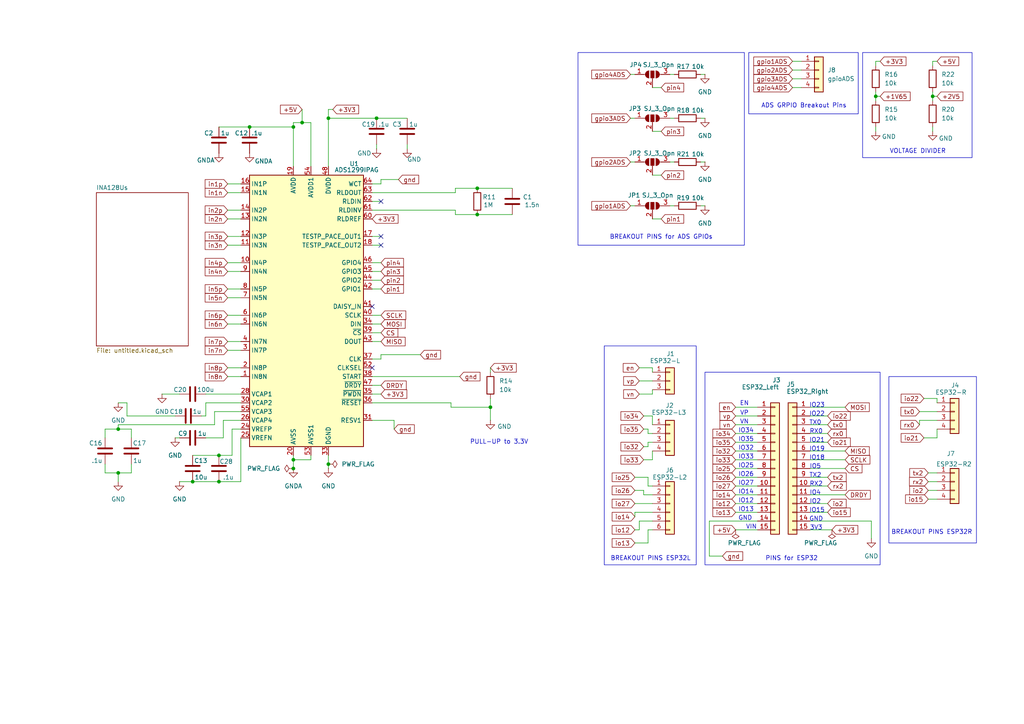
<source format=kicad_sch>
(kicad_sch (version 20231120) (generator "eeschema") (generator_version "8.0")
  (paper "A4")
  (lib_symbols
    (symbol "Analog_ADC:ADS1298xPAG"
      (property "Reference" "U" (at -16.51 44.45 0))
      (property "Value" "ADS1298xPAG" (at 6.35 44.45 0))
      (symbol "ADS1298xPAG_1_1"
        (pin input line (at -20.32 -15.24 0) (length 2.54) (name "IN8N") (number "1"))
        (pin input line (at -20.32 17.78 0) (length 2.54) (name "IN4P") (number "10"))
        (pin input line (at -20.32 22.86 0) (length 2.54) (name "IN3N") (number "11"))
        (pin input line (at -20.32 25.4 0) (length 2.54) (name "IN3P") (number "12"))
        (pin input line (at -20.32 30.48 0) (length 2.54) (name "IN2N") (number "13"))
        (pin input line (at -20.32 33.02 0) (length 2.54) (name "IN2P") (number "14"))
        (pin input line (at -20.32 38.1 0) (length 2.54) (name "IN1N") (number "15"))
        (pin input line (at -20.32 40.64 0) (length 2.54) (name "IN1P") (number "16"))
        (pin bidirectional line (at 17.78 25.4 180) (length 2.54) (name "TESTP_PACE_OUT1") (number "17"))
        (pin bidirectional line (at 17.78 22.86 180) (length 2.54) (name "TESTP_PACE_OUT2") (number "18"))
        (pin power_in line (at -5.08 45.72 270) (length 2.54) (name "AVDD") (number "19"))
        (pin input line (at -20.32 -12.7 0) (length 2.54) (name "IN8P") (number "2"))
        (pin power_in line (at -5.08 -38.1 90) (length 2.54) (name "AVSS") (number "20"))
        (pin passive line (at -5.08 45.72 270) (length 2.54) hide (name "AVDD") (number "21"))
        (pin passive line (at -5.08 45.72 270) (length 2.54) hide (name "AVDD") (number "22"))
        (pin passive line (at -5.08 -38.1 90) (length 2.54) hide (name "AVSS") (number "23"))
        (pin passive line (at -20.32 -30.48 0) (length 2.54) (name "VREFP") (number "24"))
        (pin passive line (at -20.32 -33.02 0) (length 2.54) (name "VREFN") (number "25"))
        (pin passive line (at -20.32 -27.94 0) (length 2.54) (name "VCAP4") (number "26"))
        (pin no_connect line (at 15.24 -30.48 180) (length 2.54) hide (name "NC") (number "27"))
        (pin passive line (at -20.32 -20.32 0) (length 2.54) (name "VCAP1") (number "28"))
        (pin no_connect line (at 15.24 -33.02 180) (length 2.54) hide (name "NC") (number "29"))
        (pin input line (at -20.32 -7.62 0) (length 2.54) (name "IN7P") (number "3"))
        (pin passive line (at -20.32 -22.86 0) (length 2.54) (name "VCAP2") (number "30"))
        (pin input line (at 17.78 -27.94 180) (length 2.54) (name "RESV1") (number "31"))
        (pin passive line (at -5.08 -38.1 90) (length 2.54) hide (name "AVSS") (number "32"))
        (pin power_in line (at 5.08 -38.1 90) (length 2.54) (name "DGND") (number "33"))
        (pin input line (at 17.78 0 180) (length 2.54) (name "DIN") (number "34"))
        (pin input line (at 17.78 -20.32 180) (length 2.54) (name "~{PWDN}") (number "35"))
        (pin input line (at 17.78 -22.86 180) (length 2.54) (name "~{RESET}") (number "36"))
        (pin bidirectional line (at 17.78 -10.16 180) (length 2.54) (name "CLK") (number "37"))
        (pin input line (at 17.78 -15.24 180) (length 2.54) (name "START") (number "38"))
        (pin input line (at 17.78 -2.54 180) (length 2.54) (name "~{CS}") (number "39"))
        (pin input line (at -20.32 -5.08 0) (length 2.54) (name "IN7N") (number "4"))
        (pin input line (at 17.78 2.54 180) (length 2.54) (name "SCLK") (number "40"))
        (pin input line (at 17.78 5.08 180) (length 2.54) (name "DAISY_IN") (number "41"))
        (pin bidirectional line (at 17.78 10.16 180) (length 2.54) (name "GPIO1") (number "42"))
        (pin output line (at 17.78 -5.08 180) (length 2.54) (name "DOUT") (number "43"))
        (pin bidirectional line (at 17.78 12.7 180) (length 2.54) (name "GPIO2") (number "44"))
        (pin bidirectional line (at 17.78 15.24 180) (length 2.54) (name "GPIO3") (number "45"))
        (pin bidirectional line (at 17.78 17.78 180) (length 2.54) (name "GPIO4") (number "46"))
        (pin output line (at 17.78 -17.78 180) (length 2.54) (name "~{DRDY}") (number "47"))
        (pin power_in line (at 5.08 45.72 270) (length 2.54) (name "DVDD") (number "48"))
        (pin passive line (at 5.08 -38.1 90) (length 2.54) hide (name "DGND") (number "49"))
        (pin input line (at -20.32 0 0) (length 2.54) (name "IN6N") (number "5"))
        (pin passive line (at 5.08 45.72 270) (length 2.54) hide (name "DVDD") (number "50"))
        (pin passive line (at 5.08 -38.1 90) (length 2.54) hide (name "DGND") (number "51"))
        (pin input line (at 17.78 -12.7 180) (length 2.54) (name "CLKSEL") (number "52"))
        (pin power_in line (at 0 -38.1 90) (length 2.54) (name "AVSS1") (number "53"))
        (pin power_in line (at 0 45.72 270) (length 2.54) (name "AVDD1") (number "54"))
        (pin passive line (at -20.32 -25.4 0) (length 2.54) (name "VCAP3") (number "55"))
        (pin passive line (at -5.08 45.72 270) (length 2.54) hide (name "AVDD") (number "56"))
        (pin passive line (at -5.08 -38.1 90) (length 2.54) hide (name "AVSS") (number "57"))
        (pin passive line (at -5.08 -38.1 90) (length 2.54) hide (name "AVSS") (number "58"))
        (pin passive line (at -5.08 45.72 270) (length 2.54) hide (name "AVDD") (number "59"))
        (pin input line (at -20.32 2.54 0) (length 2.54) (name "IN6P") (number "6"))
        (pin input line (at 17.78 30.48 180) (length 2.54) (name "RLDREF") (number "60"))
        (pin input line (at 17.78 33.02 180) (length 2.54) (name "RLDINV") (number "61"))
        (pin input line (at 17.78 35.56 180) (length 2.54) (name "RLDIN") (number "62"))
        (pin output line (at 17.78 38.1 180) (length 2.54) (name "RLDOUT") (number "63"))
        (pin output line (at 17.78 40.64 180) (length 2.54) (name "WCT") (number "64"))
        (pin input line (at -20.32 7.62 0) (length 2.54) (name "IN5N") (number "7"))
        (pin input line (at -20.32 10.16 0) (length 2.54) (name "IN5P") (number "8"))
        (pin input line (at -20.32 15.24 0) (length 2.54) (name "IN4N") (number "9"))
      )
    )
    (symbol "Connector_Generic:Conn_01x03" (pin_names (offset 1.016) hide)
      (property "Reference" "J" (at 0 5.08 0))
      (property "Value" "Conn_01x03" (at 0 -5.08 0))
      (symbol "Conn_01x03_1_1"
        (pin passive line (at -5.08 2.54 0) (length 3.81) (name "Pin_1") (number "1"))
        (pin passive line (at -5.08 0 0) (length 3.81) (name "Pin_2") (number "2"))
        (pin passive line (at -5.08 -2.54 0) (length 3.81) (name "Pin_3") (number "3"))
      )
    )
    (symbol "Connector_Generic:Conn_01x04" (pin_names (offset 1.016) hide)
      (property "Reference" "J" (at 0 5.08 0))
      (property "Value" "Conn_01x04" (at 0 -7.62 0))
      (symbol "Conn_01x04_1_1"
        (pin passive line (at -5.08 2.54 0) (length 3.81) (name "Pin_1") (number "1"))
        (pin passive line (at -5.08 0 0) (length 3.81) (name "Pin_2") (number "2"))
        (pin passive line (at -5.08 -2.54 0) (length 3.81) (name "Pin_3") (number "3"))
        (pin passive line (at -5.08 -5.08 0) (length 3.81) (name "Pin_4") (number "4"))
      )
    )
    (symbol "Connector_Generic:Conn_01x06" (pin_names (offset 1.016) hide)
      (property "Reference" "J" (at 0 7.62 0))
      (property "Value" "Conn_01x06" (at 0 -10.16 0))
      (symbol "Conn_01x06_1_1"
        (pin passive line (at -5.08 5.08 0) (length 3.81) (name "Pin_1") (number "1"))
        (pin passive line (at -5.08 2.54 0) (length 3.81) (name "Pin_2") (number "2"))
        (pin passive line (at -5.08 0 0) (length 3.81) (name "Pin_3") (number "3"))
        (pin passive line (at -5.08 -2.54 0) (length 3.81) (name "Pin_4") (number "4"))
        (pin passive line (at -5.08 -5.08 0) (length 3.81) (name "Pin_5") (number "5"))
        (pin passive line (at -5.08 -7.62 0) (length 3.81) (name "Pin_6") (number "6"))
      )
    )
    (symbol "Connector_Generic:Conn_01x15" (pin_names (offset 1.016) hide)
      (property "Reference" "J" (at 0 20.32 0))
      (property "Value" "Conn_01x15" (at 0 -20.32 0))
      (symbol "Conn_01x15_1_1"
        (pin passive line (at -5.08 17.78 0) (length 3.81) (name "Pin_1") (number "1"))
        (pin passive line (at -5.08 -5.08 0) (length 3.81) (name "Pin_10") (number "10"))
        (pin passive line (at -5.08 -7.62 0) (length 3.81) (name "Pin_11") (number "11"))
        (pin passive line (at -5.08 -10.16 0) (length 3.81) (name "Pin_12") (number "12"))
        (pin passive line (at -5.08 -12.7 0) (length 3.81) (name "Pin_13") (number "13"))
        (pin passive line (at -5.08 -15.24 0) (length 3.81) (name "Pin_14") (number "14"))
        (pin passive line (at -5.08 -17.78 0) (length 3.81) (name "Pin_15") (number "15"))
        (pin passive line (at -5.08 15.24 0) (length 3.81) (name "Pin_2") (number "2"))
        (pin passive line (at -5.08 12.7 0) (length 3.81) (name "Pin_3") (number "3"))
        (pin passive line (at -5.08 10.16 0) (length 3.81) (name "Pin_4") (number "4"))
        (pin passive line (at -5.08 7.62 0) (length 3.81) (name "Pin_5") (number "5"))
        (pin passive line (at -5.08 5.08 0) (length 3.81) (name "Pin_6") (number "6"))
        (pin passive line (at -5.08 2.54 0) (length 3.81) (name "Pin_7") (number "7"))
        (pin passive line (at -5.08 0 0) (length 3.81) (name "Pin_8") (number "8"))
        (pin passive line (at -5.08 -2.54 0) (length 3.81) (name "Pin_9") (number "9"))
      )
    )
    (symbol "Device:C" (pin_numbers hide) (pin_names (offset 0.254))
      (property "Reference" "C" (at 0.635 2.54 0))
      (property "Value" "C" (at 0.635 -2.54 0))
      (symbol "C_1_1"
        (pin passive line (at 0 3.81 270) (length 2.794) (name "~") (number "1"))
        (pin passive line (at 0 -3.81 90) (length 2.794) (name "~") (number "2"))
      )
    )
    (symbol "Device:R" (pin_numbers hide) (pin_names (offset 0))
      (property "Reference" "R" (at 2.032 0 90))
      (property "Value" "R" (at 0 0 90))
      (symbol "R_1_1"
        (pin passive line (at 0 3.81 270) (length 1.27) (name "~") (number "1"))
        (pin passive line (at 0 -3.81 90) (length 1.27) (name "~") (number "2"))
      )
    )
    (symbol "Jumper:SolderJumper_3_Open" (pin_names (offset 0) hide) (exclude_from_sim yes) (in_bom no)
      (property "Reference" "JP" (at -2.54 -2.54 0))
      (property "Value" "SolderJumper_3_Open" (at 0 2.794 0))
      (symbol "SolderJumper_3_Open_1_1"
        (pin passive line (at -5.08 0 0) (length 2.54) (name "A") (number "1"))
        (pin passive line (at 0 -3.81 90) (length 2.54) (name "C") (number "2"))
        (pin passive line (at 5.08 0 180) (length 2.54) (name "B") (number "3"))
      )
    )
    (symbol "power:GND" (power) (pin_numbers hide) (pin_names (offset 0) hide)
      (property "Value" "GND" (at 0 -3.81 0))
      (symbol "GND_1_1"
        (pin power_in line (at 0 0 270) (length 0) (name "~") (number "1"))
      )
    )
    (symbol "power:GNDA" (power) (pin_numbers hide) (pin_names (offset 0) hide)
      (property "Value" "GNDA" (at 0 -3.81 0))
      (symbol "GNDA_1_1"
        (pin power_in line (at 0 0 270) (length 0) (name "~") (number "1"))
      )
    )
    (symbol "power:PWR_FLAG" (power) (pin_numbers hide) (pin_names (offset 0) hide)
      (property "Value" "PWR_FLAG" (at 0 3.81 0))
      (symbol "PWR_FLAG_0_0"
        (pin power_out line (at 0 0 90) (length 0) (name "~") (number "1"))
      )
    )
  )
  (junction (at 87.63 35.56))
  (junction (at 34.29 124.46))
  (junction (at 142.24 118.11))
  (junction (at 34.29 137.16))
  (junction (at 63.5 139.7))
  (junction (at 254 27.94))
  (junction (at 95.25 134.62))
  (junction (at 85.09 36.83))
  (junction (at 270.51 27.94))
  (junction (at 55.88 139.7))
  (junction (at 138.43 54.61))
  (junction (at 72.39 36.83))
  (junction (at 85.09 133.35))
  (junction (at 109.22 34.29))
  (junction (at 63.5 132.08))
  (junction (at 95.25 34.29))
  (junction (at 85.09 135.89))
  (junction (at 138.43 62.23))
  (no_connect (at 107.95 106.68))
  (no_connect (at 107.95 88.9))
  (no_connect (at 110.49 58.42))
  (no_connect (at 110.49 68.58))
  (no_connect (at 110.49 71.12))
  (wire (pts (xy 269.24 142.24) (xy 271.78 142.24)))
  (wire (pts (xy 194.31 59.69) (xy 195.58 59.69)))
  (wire (pts (xy 36.83 120.65) (xy 36.83 116.84)))
  (wire (pts (xy 189.23 128.27) (xy 187.96 128.27)))
  (wire (pts (xy 187.96 128.27) (xy 187.96 129.54)))
  (wire (pts (xy 107.95 109.22) (xy 133.35 109.22)))
  (wire (pts (xy 66.04 76.2) (xy 69.85 76.2)))
  (wire (pts (xy 189.23 133.35) (xy 186.69 133.35)))
  (wire (pts (xy 205.74 151.13) (xy 205.74 161.29)))
  (wire (pts (xy 85.09 36.83) (xy 85.09 48.26)))
  (wire (pts (xy 66.04 63.5) (xy 69.85 63.5)))
  (wire (pts (xy 132.08 55.88) (xy 132.08 54.61)))
  (wire (pts (xy 110.49 52.07) (xy 115.57 52.07)))
  (wire (pts (xy 130.81 118.11) (xy 142.24 118.11)))
  (wire (pts (xy 270.51 26.67) (xy 270.51 27.94)))
  (wire (pts (xy 69.85 127) (xy 69.85 139.7)))
  (wire (pts (xy 107.95 91.44) (xy 110.49 91.44)))
  (wire (pts (xy 270.51 17.78) (xy 271.78 17.78)))
  (wire (pts (xy 64.77 121.92) (xy 69.85 121.92)))
  (wire (pts (xy 107.95 78.74) (xy 110.49 78.74)))
  (wire (pts (xy 184.15 153.67) (xy 185.42 153.67)))
  (wire (pts (xy 121.92 102.87) (xy 110.49 102.87)))
  (wire (pts (xy 30.48 134.62) (xy 30.48 137.16)))
  (wire (pts (xy 63.5 139.7) (xy 69.85 139.7)))
  (wire (pts (xy 66.04 68.58) (xy 69.85 68.58)))
  (wire (pts (xy 107.95 83.82) (xy 110.49 83.82)))
  (wire (pts (xy 34.29 123.19) (xy 62.23 123.19)))
  (wire (pts (xy 130.81 116.84) (xy 130.81 118.11)))
  (wire (pts (xy 185.42 110.49) (xy 189.23 110.49)))
  (wire (pts (xy 271.78 121.92) (xy 266.7 121.92)))
  (wire (pts (xy 107.95 114.3) (xy 110.49 114.3)))
  (wire (pts (xy 95.25 132.08) (xy 95.25 134.62)))
  (wire (pts (xy 66.04 78.74) (xy 69.85 78.74)))
  (wire (pts (xy 189.23 50.8) (xy 191.77 50.8)))
  (wire (pts (xy 72.39 36.83) (xy 85.09 36.83)))
  (wire (pts (xy 213.36 148.59) (xy 219.71 148.59)))
  (wire (pts (xy 234.95 125.73) (xy 240.03 125.73)))
  (wire (pts (xy 114.3 121.92) (xy 107.95 121.92)))
  (wire (pts (xy 142.24 115.57) (xy 142.24 118.11)))
  (wire (pts (xy 107.95 96.52) (xy 110.49 96.52)))
  (wire (pts (xy 107.95 93.98) (xy 110.49 93.98)))
  (wire (pts (xy 213.36 138.43) (xy 219.71 138.43)))
  (wire (pts (xy 38.1 137.16) (xy 38.1 134.62)))
  (wire (pts (xy 267.97 115.57) (xy 271.78 115.57)))
  (wire (pts (xy 59.69 116.84) (xy 69.85 116.84)))
  (wire (pts (xy 118.11 43.18) (xy 118.11 41.91)))
  (wire (pts (xy 271.78 124.46) (xy 271.78 127)))
  (wire (pts (xy 234.95 120.65) (xy 240.03 120.65)))
  (wire (pts (xy 114.3 124.46) (xy 114.3 121.92)))
  (wire (pts (xy 52.07 139.7) (xy 55.88 139.7)))
  (wire (pts (xy 185.42 114.3) (xy 189.23 114.3)))
  (wire (pts (xy 241.3 153.67) (xy 234.95 153.67)))
  (wire (pts (xy 59.69 120.65) (xy 59.69 116.84)))
  (wire (pts (xy 95.25 31.75) (xy 96.52 31.75)))
  (wire (pts (xy 184.15 146.05) (xy 189.23 146.05)))
  (wire (pts (xy 64.77 127) (xy 64.77 121.92)))
  (wire (pts (xy 254 36.83) (xy 254 38.1)))
  (wire (pts (xy 55.88 132.08) (xy 63.5 132.08)))
  (wire (pts (xy 66.04 91.44) (xy 69.85 91.44)))
  (wire (pts (xy 66.04 101.6) (xy 69.85 101.6)))
  (wire (pts (xy 213.36 130.81) (xy 219.71 130.81)))
  (wire (pts (xy 234.95 151.13) (xy 252.73 151.13)))
  (wire (pts (xy 266.7 119.38) (xy 271.78 119.38)))
  (wire (pts (xy 271.78 127) (xy 267.97 127)))
  (wire (pts (xy 189.23 25.4) (xy 191.77 25.4)))
  (wire (pts (xy 269.24 144.78) (xy 271.78 144.78)))
  (wire (pts (xy 194.31 21.59) (xy 195.58 21.59)))
  (wire (pts (xy 90.17 133.35) (xy 85.09 133.35)))
  (wire (pts (xy 46.99 114.3) (xy 52.07 114.3)))
  (wire (pts (xy 189.23 106.68) (xy 189.23 107.95)))
  (wire (pts (xy 142.24 118.11) (xy 142.24 121.92)))
  (wire (pts (xy 254 17.78) (xy 255.27 17.78)))
  (wire (pts (xy 95.25 34.29) (xy 95.25 48.26)))
  (wire (pts (xy 187.96 157.48) (xy 187.96 153.67)))
  (wire (pts (xy 269.24 137.16) (xy 271.78 137.16)))
  (wire (pts (xy 184.15 148.59) (xy 189.23 148.59)))
  (wire (pts (xy 213.36 123.19) (xy 219.71 123.19)))
  (wire (pts (xy 187.96 129.54) (xy 186.69 129.54)))
  (wire (pts (xy 187.96 153.67) (xy 189.23 153.67)))
  (wire (pts (xy 234.95 140.97) (xy 240.03 140.97)))
  (wire (pts (xy 203.2 34.29) (xy 204.47 34.29)))
  (wire (pts (xy 87.63 35.56) (xy 90.17 35.56)))
  (wire (pts (xy 66.04 109.22) (xy 69.85 109.22)))
  (wire (pts (xy 90.17 35.56) (xy 90.17 48.26)))
  (wire (pts (xy 90.17 132.08) (xy 90.17 133.35)))
  (wire (pts (xy 229.87 20.32) (xy 232.41 20.32)))
  (wire (pts (xy 85.09 133.35) (xy 85.09 132.08)))
  (wire (pts (xy 38.1 127) (xy 38.1 124.46)))
  (wire (pts (xy 34.29 123.19) (xy 34.29 124.46)))
  (wire (pts (xy 66.04 60.96) (xy 69.85 60.96)))
  (wire (pts (xy 213.36 143.51) (xy 219.71 143.51)))
  (wire (pts (xy 132.08 54.61) (xy 138.43 54.61)))
  (wire (pts (xy 229.87 25.4) (xy 232.41 25.4)))
  (wire (pts (xy 234.95 138.43) (xy 240.03 138.43)))
  (wire (pts (xy 85.09 135.89) (xy 85.09 133.35)))
  (wire (pts (xy 107.95 71.12) (xy 110.49 71.12)))
  (wire (pts (xy 59.69 127) (xy 64.77 127)))
  (wire (pts (xy 142.24 106.68) (xy 142.24 107.95)))
  (wire (pts (xy 132.08 62.23) (xy 138.43 62.23)))
  (wire (pts (xy 110.49 52.07) (xy 110.49 53.34)))
  (wire (pts (xy 266.7 121.92) (xy 266.7 123.19)))
  (wire (pts (xy 95.25 31.75) (xy 95.25 34.29)))
  (wire (pts (xy 187.96 140.97) (xy 189.23 140.97)))
  (wire (pts (xy 67.31 132.08) (xy 63.5 132.08)))
  (wire (pts (xy 213.36 125.73) (xy 219.71 125.73)))
  (wire (pts (xy 107.95 116.84) (xy 130.81 116.84)))
  (wire (pts (xy 270.51 27.94) (xy 270.51 29.21)))
  (wire (pts (xy 213.36 140.97) (xy 219.71 140.97)))
  (wire (pts (xy 254 27.94) (xy 255.27 27.94)))
  (wire (pts (xy 203.2 21.59) (xy 204.47 21.59)))
  (wire (pts (xy 234.95 146.05) (xy 240.03 146.05)))
  (wire (pts (xy 213.36 153.67) (xy 219.71 153.67)))
  (wire (pts (xy 67.31 124.46) (xy 67.31 132.08)))
  (wire (pts (xy 107.95 60.96) (xy 132.08 60.96)))
  (wire (pts (xy 213.36 120.65) (xy 219.71 120.65)))
  (wire (pts (xy 271.78 115.57) (xy 271.78 116.84)))
  (wire (pts (xy 189.23 123.19) (xy 189.23 120.65)))
  (wire (pts (xy 66.04 55.88) (xy 69.85 55.88)))
  (wire (pts (xy 187.96 138.43) (xy 187.96 140.97)))
  (wire (pts (xy 234.95 143.51) (xy 245.11 143.51)))
  (wire (pts (xy 107.95 104.14) (xy 110.49 104.14)))
  (wire (pts (xy 213.36 135.89) (xy 219.71 135.89)))
  (wire (pts (xy 34.29 137.16) (xy 34.29 139.7)))
  (wire (pts (xy 36.83 120.65) (xy 50.8 120.65)))
  (wire (pts (xy 189.23 114.3) (xy 189.23 113.03)))
  (wire (pts (xy 234.95 130.81) (xy 245.11 130.81)))
  (wire (pts (xy 107.95 111.76) (xy 110.49 111.76)))
  (wire (pts (xy 252.73 151.13) (xy 252.73 156.21)))
  (wire (pts (xy 189.23 38.1) (xy 191.77 38.1)))
  (wire (pts (xy 138.43 54.61) (xy 148.59 54.61)))
  (wire (pts (xy 66.04 71.12) (xy 69.85 71.12)))
  (wire (pts (xy 107.95 58.42) (xy 110.49 58.42)))
  (wire (pts (xy 213.36 146.05) (xy 219.71 146.05)))
  (wire (pts (xy 132.08 60.96) (xy 132.08 62.23)))
  (wire (pts (xy 36.83 116.84) (xy 34.29 116.84)))
  (wire (pts (xy 50.8 127) (xy 52.07 127)))
  (wire (pts (xy 234.95 123.19) (xy 240.03 123.19)))
  (wire (pts (xy 34.29 124.46) (xy 30.48 124.46)))
  (wire (pts (xy 107.95 55.88) (xy 132.08 55.88)))
  (wire (pts (xy 107.95 76.2) (xy 110.49 76.2)))
  (wire (pts (xy 30.48 137.16) (xy 34.29 137.16)))
  (wire (pts (xy 254 26.67) (xy 254 27.94)))
  (wire (pts (xy 184.15 138.43) (xy 187.96 138.43)))
  (wire (pts (xy 234.95 133.35) (xy 245.11 133.35)))
  (wire (pts (xy 107.95 99.06) (xy 110.49 99.06)))
  (wire (pts (xy 245.11 118.11) (xy 234.95 118.11)))
  (wire (pts (xy 138.43 62.23) (xy 148.59 62.23)))
  (wire (pts (xy 185.42 151.13) (xy 189.23 151.13)))
  (wire (pts (xy 85.09 35.56) (xy 87.63 35.56)))
  (wire (pts (xy 107.95 68.58) (xy 110.49 68.58)))
  (wire (pts (xy 95.25 134.62) (xy 95.25 135.89)))
  (wire (pts (xy 66.04 83.82) (xy 69.85 83.82)))
  (wire (pts (xy 234.95 135.89) (xy 245.11 135.89)))
  (wire (pts (xy 254 19.05) (xy 254 17.78)))
  (wire (pts (xy 182.88 46.99) (xy 184.15 46.99)))
  (wire (pts (xy 34.29 137.16) (xy 38.1 137.16)))
  (wire (pts (xy 229.87 22.86) (xy 232.41 22.86)))
  (wire (pts (xy 182.88 21.59) (xy 184.15 21.59)))
  (wire (pts (xy 59.69 114.3) (xy 69.85 114.3)))
  (wire (pts (xy 107.95 81.28) (xy 110.49 81.28)))
  (wire (pts (xy 234.95 128.27) (xy 240.03 128.27)))
  (wire (pts (xy 110.49 102.87) (xy 110.49 104.14)))
  (wire (pts (xy 185.42 153.67) (xy 185.42 151.13)))
  (wire (pts (xy 55.88 139.7) (xy 63.5 139.7)))
  (wire (pts (xy 38.1 124.46) (xy 34.29 124.46)))
  (wire (pts (xy 30.48 127) (xy 30.48 124.46)))
  (wire (pts (xy 189.23 120.65) (xy 186.69 120.65)))
  (wire (pts (xy 186.69 143.51) (xy 189.23 143.51)))
  (wire (pts (xy 109.22 43.18) (xy 109.22 41.91)))
  (wire (pts (xy 58.42 120.65) (xy 59.69 120.65)))
  (wire (pts (xy 189.23 130.81) (xy 189.23 133.35)))
  (wire (pts (xy 69.85 124.46) (xy 67.31 124.46)))
  (wire (pts (xy 270.51 19.05) (xy 270.51 17.78)))
  (wire (pts (xy 110.49 53.34) (xy 107.95 53.34)))
  (wire (pts (xy 213.36 128.27) (xy 219.71 128.27)))
  (wire (pts (xy 229.87 17.78) (xy 232.41 17.78)))
  (wire (pts (xy 254 27.94) (xy 254 29.21)))
  (wire (pts (xy 213.36 118.11) (xy 219.71 118.11)))
  (wire (pts (xy 87.63 31.75) (xy 87.63 35.56)))
  (wire (pts (xy 66.04 93.98) (xy 69.85 93.98)))
  (wire (pts (xy 182.88 34.29) (xy 184.15 34.29)))
  (wire (pts (xy 213.36 133.35) (xy 219.71 133.35)))
  (wire (pts (xy 63.5 36.83) (xy 72.39 36.83)))
  (wire (pts (xy 189.23 63.5) (xy 191.77 63.5)))
  (wire (pts (xy 270.51 27.94) (xy 271.78 27.94)))
  (wire (pts (xy 85.09 35.56) (xy 85.09 36.83)))
  (wire (pts (xy 205.74 161.29) (xy 209.55 161.29)))
  (wire (pts (xy 270.51 36.83) (xy 270.51 38.1)))
  (wire (pts (xy 184.15 157.48) (xy 187.96 157.48)))
  (wire (pts (xy 234.95 148.59) (xy 240.03 148.59)))
  (wire (pts (xy 205.74 151.13) (xy 219.71 151.13)))
  (wire (pts (xy 269.24 139.7) (xy 271.78 139.7)))
  (wire (pts (xy 185.42 106.68) (xy 189.23 106.68)))
  (wire (pts (xy 187.96 125.73) (xy 187.96 124.46)))
  (wire (pts (xy 203.2 46.99) (xy 204.47 46.99)))
  (wire (pts (xy 62.23 119.38) (xy 62.23 123.19)))
  (wire (pts (xy 95.25 34.29) (xy 109.22 34.29)))
  (wire (pts (xy 184.15 142.24) (xy 186.69 142.24)))
  (wire (pts (xy 66.04 86.36) (xy 69.85 86.36)))
  (wire (pts (xy 66.04 99.06) (xy 69.85 99.06)))
  (wire (pts (xy 109.22 34.29) (xy 118.11 34.29)))
  (wire (pts (xy 194.31 34.29) (xy 195.58 34.29)))
  (wire (pts (xy 186.69 142.24) (xy 186.69 143.51)))
  (wire (pts (xy 66.04 53.34) (xy 69.85 53.34)))
  (wire (pts (xy 194.31 46.99) (xy 195.58 46.99)))
  (wire (pts (xy 187.96 124.46) (xy 186.69 124.46)))
  (wire (pts (xy 184.15 149.86) (xy 184.15 148.59)))
  (wire (pts (xy 203.2 59.69) (xy 204.47 59.69)))
  (wire (pts (xy 69.85 119.38) (xy 62.23 119.38)))
  (wire (pts (xy 189.23 125.73) (xy 187.96 125.73)))
  (wire (pts (xy 182.88 59.69) (xy 184.15 59.69)))
  (wire (pts (xy 66.04 106.68) (xy 69.85 106.68)))
  (rectangle (start 250.19 15.24) (end 281.94 45.72))
  (rectangle (start 167.64 15.24) (end 215.9 71.12))
  (rectangle (start 217.17 15.24) (end 248.92 33.02))
  (rectangle (start 204.47 107.95) (end 255.27 163.83))
  (rectangle (start 175.26 100.33) (end 201.93 163.83))
  (rectangle (start 257.81 109.22) (end 283.21 157.48))
  (text "IO19" (at 236.982 130.302 0) (effects (font (size 1.27 1.27))))
  (text "IO21" (at 236.982 127.762 0) (effects (font (size 1.27 1.27))))
  (text "IO4" (at 236.474 143.002 0) (effects (font (size 1.27 1.27))))
  (text "IO15" (at 236.982 148.082 0) (effects (font (size 1.27 1.27))))
  (text "IO34" (at 216.408 124.968 0) (effects (font (size 1.27 1.27))))
  (text "IO33" (at 216.408 132.588 0) (effects (font (size 1.27 1.27))))
  (text "IO26" (at 216.408 137.668 0) (effects (font (size 1.27 1.27))))
  (text "PINS for ESP32" (at 229.616 162.052 0) (effects (font (size 1.27 1.27))))
  (text "VP" (at 215.9 119.888 0) (effects (font (size 1.27 1.27))))
  (text "TX0" (at 236.474 122.682 0) (effects (font (size 1.27 1.27))))
  (text "BREAKOUT PINS ESP32R" (at 270.256 154.432 0) (effects (font (size 1.27 1.27))))
  (text "IO2" (at 236.474 145.542 0) (effects (font (size 1.27 1.27))))
  (text "IO18" (at 236.982 132.842 0) (effects (font (size 1.27 1.27))))
  (text "IO27" (at 216.408 140.208 0) (effects (font (size 1.27 1.27))))
  (text "BREAKOUT PINS ESP32L" (at 188.722 162.052 0) (effects (font (size 1.27 1.27))))
  (text "VN" (at 215.9 122.428 0) (effects (font (size 1.27 1.27))))
  (text "TX2" (at 236.474 137.922 0) (effects (font (size 1.27 1.27))))
  (text "IO13" (at 216.408 147.828 0) (effects (font (size 1.27 1.27))))
  (text "IO25" (at 216.408 135.128 0) (effects (font (size 1.27 1.27))))
  (text "GND" (at 236.728 150.622 0) (effects (font (size 1.27 1.27))))
  (text "BREAKOUT PINS for ADS GPIOs" (at 191.77 68.834 0) (effects (font (size 1.27 1.27))))
  (text "VOLTAGE DIVIDER" (at 266.192 43.942 0) (effects (font (size 1.27 1.27))))
  (text "IO32" (at 216.408 130.048 0) (effects (font (size 1.27 1.27))))
  (text "IO22" (at 236.982 120.142 0) (effects (font (size 1.27 1.27))))
  (text "RX0" (at 236.728 125.222 0) (effects (font (size 1.27 1.27))))
  (text "IO23" (at 236.982 117.602 0) (effects (font (size 1.27 1.27))))
  (text "IO35" (at 216.408 127.508 0) (effects (font (size 1.27 1.27))))
  (text "PULL-UP to 3.3V" (at 144.78 128.27 0) (effects (font (size 1.27 1.27))))
  (text "GND" (at 216.154 150.368 0) (effects (font (size 1.27 1.27))))
  (text "VIN" (at 217.932 152.908 0) (effects (font (size 1.27 1.27))))
  (text "EN" (at 215.9 117.094 0) (effects (font (size 1.27 1.27))))
  (text "IO14" (at 216.408 142.748 0) (effects (font (size 1.27 1.27))))
  (text "IO5" (at 236.474 135.382 0) (effects (font (size 1.27 1.27))))
  (text "ADS GRPIO Breakout Pins" (at 233.172 30.734 0) (effects (font (size 1.27 1.27))))
  (text "3V3" (at 236.728 153.162 0) (effects (font (size 1.27 1.27))))
  (text "RX2" (at 236.728 140.462 0) (effects (font (size 1.27 1.27))))
  (text "IO12" (at 216.408 145.288 0) (effects (font (size 1.27 1.27))))
  (global_label "in1n" (shape input) (at 66.04 55.88 180) (property "Intersheetrefs" "${INTERSHEET_REFS}" (effects (hide yes))))
  (global_label "io22" (shape input) (at 267.97 115.57 180) (property "Intersheetrefs" "${INTERSHEET_REFS}" (effects (hide yes))))
  (global_label "pin2" (shape input) (at 110.49 81.28 0) (property "Intersheetrefs" "${INTERSHEET_REFS}" (effects (hide yes))))
  (global_label "io14" (shape input) (at 184.15 149.86 180) (property "Intersheetrefs" "${INTERSHEET_REFS}" (effects (hide yes))))
  (global_label "+3V3" (shape input) (at 96.52 31.75 0) (property "Intersheetrefs" "${INTERSHEET_REFS}" (effects (hide yes))))
  (global_label "pin4" (shape input) (at 110.49 76.2 0) (property "Intersheetrefs" "${INTERSHEET_REFS}" (effects (hide yes))))
  (global_label "pin3" (shape input) (at 191.77 38.1 0) (property "Intersheetrefs" "${INTERSHEET_REFS}" (effects (hide yes))))
  (global_label "gpio2ADS" (shape input) (at 182.88 46.99 180) (property "Intersheetrefs" "${INTERSHEET_REFS}" (effects (hide yes))))
  (global_label "CS" (shape input) (at 245.11 135.89 0) (property "Intersheetrefs" "${INTERSHEET_REFS}" (effects (hide yes))))
  (global_label "io2" (shape input) (at 269.24 142.24 180) (property "Intersheetrefs" "${INTERSHEET_REFS}" (effects (hide yes))))
  (global_label "DRDY" (shape input) (at 245.11 143.51 0) (property "Intersheetrefs" "${INTERSHEET_REFS}" (effects (hide yes))))
  (global_label "gnd" (shape input) (at 114.3 124.46 0) (property "Intersheetrefs" "${INTERSHEET_REFS}" (effects (hide yes))))
  (global_label "+2V5" (shape input) (at 271.78 27.94 0) (property "Intersheetrefs" "${INTERSHEET_REFS}" (effects (hide yes))))
  (global_label "en" (shape input) (at 185.42 106.68 180) (property "Intersheetrefs" "${INTERSHEET_REFS}" (effects (hide yes))))
  (global_label "vn" (shape input) (at 185.42 114.3 180) (property "Intersheetrefs" "${INTERSHEET_REFS}" (effects (hide yes))))
  (global_label "gpio2ADS" (shape input) (at 229.87 20.32 180) (property "Intersheetrefs" "${INTERSHEET_REFS}" (effects (hide yes))))
  (global_label "io13" (shape input) (at 213.36 148.59 180) (property "Intersheetrefs" "${INTERSHEET_REFS}" (effects (hide yes))))
  (global_label "in6p" (shape input) (at 66.04 91.44 180) (property "Intersheetrefs" "${INTERSHEET_REFS}" (effects (hide yes))))
  (global_label "+5V" (shape input) (at 213.36 153.67 180) (property "Intersheetrefs" "${INTERSHEET_REFS}" (effects (hide yes))))
  (global_label "pin4" (shape input) (at 191.77 25.4 0) (property "Intersheetrefs" "${INTERSHEET_REFS}" (effects (hide yes))))
  (global_label "+5V" (shape input) (at 271.78 17.78 0) (property "Intersheetrefs" "${INTERSHEET_REFS}" (effects (hide yes))))
  (global_label "pin1" (shape input) (at 110.49 83.82 0) (property "Intersheetrefs" "${INTERSHEET_REFS}" (effects (hide yes))))
  (global_label "DRDY" (shape input) (at 110.49 111.76 0) (property "Intersheetrefs" "${INTERSHEET_REFS}" (effects (hide yes))))
  (global_label "io35" (shape input) (at 186.69 124.46 180) (property "Intersheetrefs" "${INTERSHEET_REFS}" (effects (hide yes))))
  (global_label "in4p" (shape input) (at 66.04 76.2 180) (property "Intersheetrefs" "${INTERSHEET_REFS}" (effects (hide yes))))
  (global_label "pin2" (shape input) (at 191.77 50.8 0) (property "Intersheetrefs" "${INTERSHEET_REFS}" (effects (hide yes))))
  (global_label "io32" (shape input) (at 186.69 129.54 180) (property "Intersheetrefs" "${INTERSHEET_REFS}" (effects (hide yes))))
  (global_label "pin3" (shape input) (at 110.49 78.74 0) (property "Intersheetrefs" "${INTERSHEET_REFS}" (effects (hide yes))))
  (global_label "+3V3" (shape input) (at 241.3 153.67 0) (property "Intersheetrefs" "${INTERSHEET_REFS}" (effects (hide yes))))
  (global_label "in3p" (shape input) (at 66.04 68.58 180) (property "Intersheetrefs" "${INTERSHEET_REFS}" (effects (hide yes))))
  (global_label "in5n" (shape input) (at 66.04 86.36 180) (property "Intersheetrefs" "${INTERSHEET_REFS}" (effects (hide yes))))
  (global_label "in1p" (shape input) (at 66.04 53.34 180) (property "Intersheetrefs" "${INTERSHEET_REFS}" (effects (hide yes))))
  (global_label "MISO" (shape input) (at 110.49 99.06 0) (property "Intersheetrefs" "${INTERSHEET_REFS}" (effects (hide yes))))
  (global_label "+3V3" (shape input) (at 255.27 17.78 0) (property "Intersheetrefs" "${INTERSHEET_REFS}" (effects (hide yes))))
  (global_label "io12" (shape input) (at 213.36 146.05 180) (property "Intersheetrefs" "${INTERSHEET_REFS}" (effects (hide yes))))
  (global_label "io15" (shape input) (at 240.03 148.59 0) (property "Intersheetrefs" "${INTERSHEET_REFS}" (effects (hide yes))))
  (global_label "+1V65" (shape input) (at 255.27 27.94 0) (property "Intersheetrefs" "${INTERSHEET_REFS}" (effects (hide yes))))
  (global_label "+5V" (shape input) (at 87.63 31.75 180) (property "Intersheetrefs" "${INTERSHEET_REFS}" (effects (hide yes))))
  (global_label "io21" (shape input) (at 240.03 128.27 0) (property "Intersheetrefs" "${INTERSHEET_REFS}" (effects (hide yes))))
  (global_label "in8n" (shape input) (at 66.04 109.22 180) (property "Intersheetrefs" "${INTERSHEET_REFS}" (effects (hide yes))))
  (global_label "+3V3" (shape input) (at 110.49 114.3 0) (property "Intersheetrefs" "${INTERSHEET_REFS}" (effects (hide yes))))
  (global_label "pin1" (shape input) (at 191.77 63.5 0) (property "Intersheetrefs" "${INTERSHEET_REFS}" (effects (hide yes))))
  (global_label "rx0" (shape input) (at 240.03 125.73 0) (property "Intersheetrefs" "${INTERSHEET_REFS}" (effects (hide yes))))
  (global_label "gpio4ADS" (shape input) (at 229.87 25.4 180) (property "Intersheetrefs" "${INTERSHEET_REFS}" (effects (hide yes))))
  (global_label "CS" (shape input) (at 110.49 96.52 0) (property "Intersheetrefs" "${INTERSHEET_REFS}" (effects (hide yes))))
  (global_label "in6n" (shape input) (at 66.04 93.98 180) (property "Intersheetrefs" "${INTERSHEET_REFS}" (effects (hide yes))))
  (global_label "in5p" (shape input) (at 66.04 83.82 180) (property "Intersheetrefs" "${INTERSHEET_REFS}" (effects (hide yes))))
  (global_label "MOSI" (shape input) (at 110.49 93.98 0) (property "Intersheetrefs" "${INTERSHEET_REFS}" (effects (hide yes))))
  (global_label "in4n" (shape input) (at 66.04 78.74 180) (property "Intersheetrefs" "${INTERSHEET_REFS}" (effects (hide yes))))
  (global_label "io27" (shape input) (at 184.15 146.05 180) (property "Intersheetrefs" "${INTERSHEET_REFS}" (effects (hide yes))))
  (global_label "vp" (shape input) (at 213.36 120.65 180) (property "Intersheetrefs" "${INTERSHEET_REFS}" (effects (hide yes))))
  (global_label "io33" (shape input) (at 213.36 133.35 180) (property "Intersheetrefs" "${INTERSHEET_REFS}" (effects (hide yes))))
  (global_label "io15" (shape input) (at 269.24 144.78 180) (property "Intersheetrefs" "${INTERSHEET_REFS}" (effects (hide yes))))
  (global_label "tx2" (shape input) (at 269.24 137.16 180) (property "Intersheetrefs" "${INTERSHEET_REFS}" (effects (hide yes))))
  (global_label "gpio1ADS" (shape input) (at 229.87 17.78 180) (property "Intersheetrefs" "${INTERSHEET_REFS}" (effects (hide yes))))
  (global_label "+3V3" (shape input) (at 142.24 106.68 0) (property "Intersheetrefs" "${INTERSHEET_REFS}" (effects (hide yes))))
  (global_label "io34" (shape input) (at 186.69 120.65 180) (property "Intersheetrefs" "${INTERSHEET_REFS}" (effects (hide yes))))
  (global_label "tx0" (shape input) (at 240.03 123.19 0) (property "Intersheetrefs" "${INTERSHEET_REFS}" (effects (hide yes))))
  (global_label "SCLK" (shape input) (at 110.49 91.44 0) (property "Intersheetrefs" "${INTERSHEET_REFS}" (effects (hide yes))))
  (global_label "gnd" (shape input) (at 121.92 102.87 0) (property "Intersheetrefs" "${INTERSHEET_REFS}" (effects (hide yes))))
  (global_label "vp" (shape input) (at 185.42 110.49 180) (property "Intersheetrefs" "${INTERSHEET_REFS}" (effects (hide yes))))
  (global_label "io27" (shape input) (at 213.36 140.97 180) (property "Intersheetrefs" "${INTERSHEET_REFS}" (effects (hide yes))))
  (global_label "gnd" (shape input) (at 133.35 109.22 0) (property "Intersheetrefs" "${INTERSHEET_REFS}" (effects (hide yes))))
  (global_label "in7p" (shape input) (at 66.04 99.06 180) (property "Intersheetrefs" "${INTERSHEET_REFS}" (effects (hide yes))))
  (global_label "vn" (shape input) (at 213.36 123.19 180) (property "Intersheetrefs" "${INTERSHEET_REFS}" (effects (hide yes))))
  (global_label "gpio3ADS" (shape input) (at 229.87 22.86 180) (property "Intersheetrefs" "${INTERSHEET_REFS}" (effects (hide yes))))
  (global_label "io35" (shape input) (at 213.36 128.27 180) (property "Intersheetrefs" "${INTERSHEET_REFS}" (effects (hide yes))))
  (global_label "io25" (shape input) (at 213.36 135.89 180) (property "Intersheetrefs" "${INTERSHEET_REFS}" (effects (hide yes))))
  (global_label "io26" (shape input) (at 184.15 142.24 180) (property "Intersheetrefs" "${INTERSHEET_REFS}" (effects (hide yes))))
  (global_label "en" (shape input) (at 213.36 118.11 180) (property "Intersheetrefs" "${INTERSHEET_REFS}" (effects (hide yes))))
  (global_label "io32" (shape input) (at 213.36 130.81 180) (property "Intersheetrefs" "${INTERSHEET_REFS}" (effects (hide yes))))
  (global_label "in2n" (shape input) (at 66.04 63.5 180) (property "Intersheetrefs" "${INTERSHEET_REFS}" (effects (hide yes))))
  (global_label "io21" (shape input) (at 267.97 127 180) (property "Intersheetrefs" "${INTERSHEET_REFS}" (effects (hide yes))))
  (global_label "MOSI" (shape input) (at 245.11 118.11 0) (property "Intersheetrefs" "${INTERSHEET_REFS}" (effects (hide yes))))
  (global_label "io14" (shape input) (at 213.36 143.51 180) (property "Intersheetrefs" "${INTERSHEET_REFS}" (effects (hide yes))))
  (global_label "+3V3" (shape input) (at 107.95 63.5 0) (property "Intersheetrefs" "${INTERSHEET_REFS}" (effects (hide yes))))
  (global_label "gpio1ADS" (shape input) (at 182.88 59.69 180) (property "Intersheetrefs" "${INTERSHEET_REFS}" (effects (hide yes))))
  (global_label "gnd" (shape input) (at 209.55 161.29 0) (property "Intersheetrefs" "${INTERSHEET_REFS}" (effects (hide yes))))
  (global_label "tx0" (shape input) (at 266.7 119.38 180) (property "Intersheetrefs" "${INTERSHEET_REFS}" (effects (hide yes))))
  (global_label "rx2" (shape input) (at 240.03 140.97 0) (property "Intersheetrefs" "${INTERSHEET_REFS}" (effects (hide yes))))
  (global_label "in7n" (shape input) (at 66.04 101.6 180) (property "Intersheetrefs" "${INTERSHEET_REFS}" (effects (hide yes))))
  (global_label "gpio3ADS" (shape input) (at 182.88 34.29 180) (property "Intersheetrefs" "${INTERSHEET_REFS}" (effects (hide yes))))
  (global_label "tx2" (shape input) (at 240.03 138.43 0) (property "Intersheetrefs" "${INTERSHEET_REFS}" (effects (hide yes))))
  (global_label "io13" (shape input) (at 184.15 157.48 180) (property "Intersheetrefs" "${INTERSHEET_REFS}" (effects (hide yes))))
  (global_label "in8p" (shape input) (at 66.04 106.68 180) (property "Intersheetrefs" "${INTERSHEET_REFS}" (effects (hide yes))))
  (global_label "in2p" (shape input) (at 66.04 60.96 180) (property "Intersheetrefs" "${INTERSHEET_REFS}" (effects (hide yes))))
  (global_label "io22" (shape input) (at 240.03 120.65 0) (property "Intersheetrefs" "${INTERSHEET_REFS}" (effects (hide yes))))
  (global_label "io2" (shape input) (at 240.03 146.05 0) (property "Intersheetrefs" "${INTERSHEET_REFS}" (effects (hide yes))))
  (global_label "rx2" (shape input) (at 269.24 139.7 180) (property "Intersheetrefs" "${INTERSHEET_REFS}" (effects (hide yes))))
  (global_label "gpio4ADS" (shape input) (at 182.88 21.59 180) (property "Intersheetrefs" "${INTERSHEET_REFS}" (effects (hide yes))))
  (global_label "io12" (shape input) (at 184.15 153.67 180) (property "Intersheetrefs" "${INTERSHEET_REFS}" (effects (hide yes))))
  (global_label "io33" (shape input) (at 186.69 133.35 180) (property "Intersheetrefs" "${INTERSHEET_REFS}" (effects (hide yes))))
  (global_label "gnd" (shape input) (at 115.57 52.07 0) (property "Intersheetrefs" "${INTERSHEET_REFS}" (effects (hide yes))))
  (global_label "MISO" (shape input) (at 245.11 130.81 0) (property "Intersheetrefs" "${INTERSHEET_REFS}" (effects (hide yes))))
  (global_label "in3n" (shape input) (at 66.04 71.12 180) (property "Intersheetrefs" "${INTERSHEET_REFS}" (effects (hide yes))))
  (global_label "io34" (shape input) (at 213.36 125.73 180) (property "Intersheetrefs" "${INTERSHEET_REFS}" (effects (hide yes))))
  (global_label "io26" (shape input) (at 213.36 138.43 180) (property "Intersheetrefs" "${INTERSHEET_REFS}" (effects (hide yes))))
  (global_label "rx0" (shape input) (at 266.7 123.19 180) (property "Intersheetrefs" "${INTERSHEET_REFS}" (effects (hide yes))))
  (global_label "io25" (shape input) (at 184.15 138.43 180) (property "Intersheetrefs" "${INTERSHEET_REFS}" (effects (hide yes))))
  (global_label "SCLK" (shape input) (at 245.11 133.35 0) (property "Intersheetrefs" "${INTERSHEET_REFS}" (effects (hide yes))))
  (symbol (lib_id "Device:C") (at 30.48 130.81 180) (unit 1)
    (property "Reference" "C16" (at 29.718 128.524 0) (effects (justify left)))
    (property "Value" ".1u" (at 29.718 133.604 0) (effects (justify left)))
    (property "Footprint" "Capacitor_SMD:C_0603_1608Metric" (effects (hide yes)))
    (property "Description" "Unpolarized capacitor" (effects (hide yes)))
  )
  (symbol (lib_id "Connector_Generic:Conn_01x04") (at 237.49 20.32 0) (unit 1)
    (property "Reference" "J8" (at 240.03 20.3199 0) (effects (justify left)))
    (property "Value" "gpioADS" (at 240.03 22.8599 0) (effects (justify left)))
    (property "Footprint" "Connector_Wire:SolderWire-0.1sqmm_1x04_P3.6mm_D0.4mm_OD1mm" (effects (hide yes)))
    (property "Description" "Generic connector, single row, 01x04, script generated (kicad-library-utils/schlib/autogen/connector/)" (effects (hide yes)))
  )
  (symbol (lib_id "Connector_Generic:Conn_01x04") (at 194.31 125.73 0) (unit 1)
    (property "Reference" "J2" (at 193.04 117.602 0) (effects (justify left)))
    (property "Value" "ESP32-L3" (at 188.976 119.634 0) (effects (justify left)))
    (property "Footprint" "Connector_Wire:SolderWire-0.1sqmm_1x04_P3.6mm_D0.4mm_OD1mm" (effects (hide yes)))
    (property "Description" "Generic connector, single row, 01x04, script generated (kicad-library-utils/schlib/autogen/connector/)" (effects (hide yes)))
  )
  (symbol (lib_id "Connector_Generic:Conn_01x03") (at 194.31 110.49 0) (unit 1)
    (property "Reference" "J1" (at 193.294 102.616 0) (effects (justify left)))
    (property "Value" "ESP32-L" (at 188.468 104.648 0) (effects (justify left)))
    (property "Footprint" "Connector_Wire:SolderWire-0.1sqmm_1x03_P3.6mm_D0.4mm_OD1mm" (effects (hide yes)))
    (property "Description" "Generic connector, single row, 01x03, script generated (kicad-library-utils/schlib/autogen/connector/)" (effects (hide yes)))
  )
  (symbol (lib_id "power:GND") (at 118.11 43.18 0) (unit 1)
    (property "Reference" "#PWR06" (effects (hide yes)))
    (property "Value" "GND" (at 120.142 46.228 0))
    (property "Description" "Power symbol creates a global label with name \"GND\" , ground" (effects (hide yes)))
  )
  (symbol (lib_id "Connector_Generic:Conn_01x15") (at 224.79 135.89 0) (unit 1)
    (property "Reference" "J3" (at 224.028 110.236 0) (effects (justify left)))
    (property "Value" "ESP32_Left" (at 215.138 112.268 0) (effects (justify left)))
    (property "Footprint" "Connector_PinSocket_2.54mm:PinSocket_1x15_P2.54mm_Vertical" (effects (hide yes)))
    (property "Description" "Generic connector, single row, 01x15, script generated (kicad-library-utils/schlib/autogen/connector/)" (effects (hide yes)))
  )
  (symbol (lib_id "power:PWR_FLAG") (at 95.25 134.62 270) (unit 1)
    (property "Reference" "#FLG01" (effects (hide yes)))
    (property "Value" "PWR_FLAG" (at 99.06 134.6199 90) (effects (justify left)))
    (property "Description" "Special symbol for telling ERC where power comes from" (effects (hide yes)))
  )
  (symbol (lib_id "Device:C") (at 55.88 127 90) (unit 1)
    (property "Reference" "C9" (at 54.356 125.73 90) (effects (justify left)))
    (property "Value" "1u" (at 59.944 125.73 90) (effects (justify left)))
    (property "Footprint" "Capacitor_SMD:C_0603_1608Metric" (effects (hide yes)))
    (property "Description" "Unpolarized capacitor" (effects (hide yes)))
  )
  (symbol (lib_id "Jumper:SolderJumper_3_Open") (at 189.23 59.69 0) (unit 1) (exclude_from_sim yes) (in_bom no)
    (property "Reference" "JP1" (at 183.896 56.642 0))
    (property "Value" "SJ_3_Opn" (at 190.754 56.642 0))
    (property "Footprint" "Jumper:SolderJumper-3_P1.3mm_Open_RoundedPad1.0x1.5mm_NumberLabels" (effects (hide yes)))
    (property "Description" "Solder Jumper, 3-pole, open" (effects (hide yes)))
  )
  (symbol (lib_id "power:GND") (at 50.8 127 0) (unit 1)
    (property "Reference" "#PWR029" (effects (hide yes)))
    (property "Value" "GND" (at 50.8 132.08 0))
    (property "Description" "Power symbol creates a global label with name \"GND\" , ground" (effects (hide yes)))
  )
  (symbol (lib_id "power:GND") (at 34.29 139.7 0) (unit 1)
    (property "Reference" "#PWR028" (effects (hide yes)))
    (property "Value" "GND" (at 34.29 144.78 0))
    (property "Description" "Power symbol creates a global label with name \"GND\" , ground" (effects (hide yes)))
  )
  (symbol (lib_id "Device:R") (at 254 33.02 0) (unit 1)
    (property "Reference" "R15" (at 256.54 31.7499 0) (effects (justify left)))
    (property "Value" "10k" (at 256.54 34.2899 0) (effects (justify left)))
    (property "Footprint" "Resistor_SMD:R_0603_1608Metric" (effects (hide yes)))
    (property "Description" "Resistor" (effects (hide yes)))
  )
  (symbol (lib_id "Device:C") (at 109.22 38.1 0) (unit 1)
    (property "Reference" "C19" (at 104.902 36.068 0) (effects (justify left)))
    (property "Value" ".1u" (at 109.728 36.068 0) (effects (justify left)))
    (property "Footprint" "Capacitor_SMD:C_0603_1608Metric" (effects (hide yes)))
    (property "Description" "Unpolarized capacitor" (effects (hide yes)))
  )
  (symbol (lib_id "Device:C") (at 63.5 135.89 180) (unit 1)
    (property "Reference" "C28" (at 67.564 133.858 0) (effects (justify left)))
    (property "Value" ".1u" (at 67.818 138.43 0) (effects (justify left)))
    (property "Footprint" "Capacitor_SMD:C_0603_1608Metric" (effects (hide yes)))
    (property "Description" "Unpolarized capacitor" (effects (hide yes)))
  )
  (symbol (lib_id "Device:R") (at 199.39 34.29 90) (unit 1)
    (property "Reference" "R18" (at 198.12 32.004 90))
    (property "Value" "10k" (at 202.438 32.004 90))
    (property "Footprint" "Resistor_SMD:R_0603_1608Metric" (effects (hide yes)))
    (property "Description" "Resistor" (effects (hide yes)))
  )
  (symbol (lib_id "Device:C") (at 72.39 40.64 0) (unit 1)
    (property "Reference" "C12" (at 68.072 38.608 0) (effects (justify left)))
    (property "Value" ".1u" (at 72.898 38.608 0) (effects (justify left)))
    (property "Footprint" "Capacitor_SMD:C_0603_1608Metric" (effects (hide yes)))
    (property "Description" "Unpolarized capacitor" (effects (hide yes)))
  )
  (symbol (lib_id "Device:C") (at 63.5 40.64 0) (unit 1)
    (property "Reference" "C2" (at 59.182 38.608 0) (effects (justify left)))
    (property "Value" "1u" (at 64.008 38.608 0) (effects (justify left)))
    (property "Footprint" "Capacitor_SMD:C_0603_1608Metric" (effects (hide yes)))
    (property "Description" "Unpolarized capacitor" (effects (hide yes)))
  )
  (symbol (lib_id "power:GND") (at 204.47 59.69 0) (unit 1)
    (property "Reference" "#PWR037" (effects (hide yes)))
    (property "Value" "GND" (at 204.47 64.77 0))
    (property "Description" "Power symbol creates a global label with name \"GND\" , ground" (effects (hide yes)))
  )
  (symbol (lib_id "power:GND") (at 270.51 38.1 0) (unit 1)
    (property "Reference" "#PWR057" (effects (hide yes)))
    (property "Value" "GND" (at 274.32 40.132 0))
    (property "Description" "Power symbol creates a global label with name \"GND\" , ground" (effects (hide yes)))
  )
  (symbol (lib_id "power:GND") (at 252.73 156.21 0) (unit 1)
    (property "Reference" "#PWR038" (effects (hide yes)))
    (property "Value" "GND" (at 252.73 161.29 0))
    (property "Description" "Power symbol creates a global label with name \"GND\" , ground" (effects (hide yes)))
  )
  (symbol (lib_id "Device:C") (at 148.59 58.42 0) (unit 1)
    (property "Reference" "C1" (at 151.638 57.15 0) (effects (justify left)))
    (property "Value" "1.5n" (at 152.146 59.436 0) (effects (justify left)))
    (property "Footprint" "Capacitor_SMD:C_0603_1608Metric" (effects (hide yes)))
    (property "Description" "Unpolarized capacitor" (effects (hide yes)))
  )
  (symbol (lib_id "Jumper:SolderJumper_3_Open") (at 189.23 46.99 0) (unit 1) (exclude_from_sim yes) (in_bom no)
    (property "Reference" "JP2" (at 184.15 44.45 0))
    (property "Value" "SJ_3_Opn" (at 191.262 44.45 0))
    (property "Footprint" "Jumper:SolderJumper-3_P1.3mm_Open_RoundedPad1.0x1.5mm_NumberLabels" (effects (hide yes)))
    (property "Description" "Solder Jumper, 3-pole, open" (effects (hide yes)))
  )
  (symbol (lib_id "power:GND") (at 52.07 139.7 0) (unit 1)
    (property "Reference" "#PWR027" (effects (hide yes)))
    (property "Value" "GND" (at 52.07 144.78 0))
    (property "Description" "Power symbol creates a global label with name \"GND\" , ground" (effects (hide yes)))
  )
  (symbol (lib_id "Device:C") (at 38.1 130.81 180) (unit 1)
    (property "Reference" "C17" (at 42.418 128.524 0) (effects (justify left)))
    (property "Value" "1u" (at 41.148 133.604 0) (effects (justify left)))
    (property "Footprint" "Capacitor_SMD:C_0603_1608Metric" (effects (hide yes)))
    (property "Description" "Unpolarized capacitor" (effects (hide yes)))
  )
  (symbol (lib_id "Device:R") (at 138.43 58.42 0) (unit 1)
    (property "Reference" "R11" (at 139.954 57.15 0) (effects (justify left)))
    (property "Value" "1M" (at 140.208 59.436 0) (effects (justify left)))
    (property "Footprint" "Resistor_SMD:R_0603_1608Metric" (effects (hide yes)))
    (property "Description" "Resistor" (effects (hide yes)))
  )
  (symbol (lib_id "Device:C") (at 118.11 38.1 0) (unit 1)
    (property "Reference" "C3" (at 113.792 36.068 0) (effects (justify left)))
    (property "Value" "1u" (at 118.618 36.068 0) (effects (justify left)))
    (property "Footprint" "Capacitor_SMD:C_0603_1608Metric" (effects (hide yes)))
    (property "Description" "Unpolarized capacitor" (effects (hide yes)))
  )
  (symbol (lib_id "power:GND") (at 34.29 116.84 0) (unit 1)
    (property "Reference" "#PWR030" (effects (hide yes)))
    (property "Value" "GND" (at 34.29 121.92 0))
    (property "Description" "Power symbol creates a global label with name \"GND\" , ground" (effects (hide yes)))
  )
  (symbol (lib_id "Device:R") (at 199.39 59.69 90) (unit 1)
    (property "Reference" "R19" (at 198.12 57.404 90))
    (property "Value" "10k" (at 202.438 57.404 90))
    (property "Footprint" "Resistor_SMD:R_0603_1608Metric" (effects (hide yes)))
    (property "Description" "Resistor" (effects (hide yes)))
  )
  (symbol (lib_id "power:PWR_FLAG") (at 213.36 153.67 180) (unit 1)
    (property "Reference" "#FLG03" (effects (hide yes)))
    (property "Value" "PWR_FLAG" (at 215.9 157.48 0))
    (property "Description" "Special symbol for telling ERC where power comes from" (effects (hide yes)))
  )
  (symbol (lib_id "power:PWR_FLAG") (at 85.09 135.89 90) (unit 1)
    (property "Reference" "#FLG02" (effects (hide yes)))
    (property "Value" "PWR_FLAG" (at 81.28 135.8899 90) (effects (justify left)))
    (property "Description" "Special symbol for telling ERC where power comes from" (effects (hide yes)))
  )
  (symbol (lib_id "Device:R") (at 270.51 22.86 0) (unit 1)
    (property "Reference" "R22" (at 273.05 21.5899 0) (effects (justify left)))
    (property "Value" "10k" (at 273.05 24.1299 0) (effects (justify left)))
    (property "Footprint" "Resistor_SMD:R_0603_1608Metric" (effects (hide yes)))
    (property "Description" "Resistor" (effects (hide yes)))
  )
  (symbol (lib_id "Device:R") (at 142.24 111.76 0) (unit 1)
    (property "Reference" "R14" (at 144.78 110.4899 0) (effects (justify left)))
    (property "Value" "10k" (at 144.78 113.0299 0) (effects (justify left)))
    (property "Footprint" "Resistor_SMD:R_0603_1608Metric" (effects (hide yes)))
    (property "Description" "Resistor" (effects (hide yes)))
  )
  (symbol (lib_id "power:GNDA") (at 63.5 44.45 0) (unit 1)
    (property "Reference" "#PWR04" (effects (hide yes)))
    (property "Value" "GNDA" (at 59.69 46.482 0))
    (property "Description" "Power symbol creates a global label with name \"GNDA\" , analog ground" (effects (hide yes)))
  )
  (symbol (lib_id "Jumper:SolderJumper_3_Open") (at 189.23 34.29 0) (unit 1) (exclude_from_sim yes) (in_bom no)
    (property "Reference" "JP3" (at 184.15 31.496 0))
    (property "Value" "SJ_3_Opn" (at 191.262 31.496 0))
    (property "Footprint" "Jumper:SolderJumper-3_P1.3mm_Open_RoundedPad1.0x1.5mm_NumberLabels" (effects (hide yes)))
    (property "Description" "Solder Jumper, 3-pole, open" (effects (hide yes)))
  )
  (symbol (lib_id "Device:R") (at 270.51 33.02 0) (unit 1)
    (property "Reference" "R20" (at 273.05 31.7499 0) (effects (justify left)))
    (property "Value" "10k" (at 273.05 34.2899 0) (effects (justify left)))
    (property "Footprint" "Resistor_SMD:R_0603_1608Metric" (effects (hide yes)))
    (property "Description" "Resistor" (effects (hide yes)))
  )
  (symbol (lib_id "power:GND") (at 95.25 135.89 0) (unit 1)
    (property "Reference" "#PWR01" (effects (hide yes)))
    (property "Value" "GND" (at 95.25 140.97 0))
    (property "Description" "Power symbol creates a global label with name \"GND\" , ground" (effects (hide yes)))
  )
  (symbol (lib_id "power:PWR_FLAG") (at 241.3 153.67 180) (unit 1)
    (property "Reference" "#FLG04" (effects (hide yes)))
    (property "Value" "PWR_FLAG" (at 237.998 157.48 0))
    (property "Description" "Special symbol for telling ERC where power comes from" (effects (hide yes)))
  )
  (symbol (lib_id "Device:R") (at 254 22.86 0) (unit 1)
    (property "Reference" "R16" (at 256.54 21.5899 0) (effects (justify left)))
    (property "Value" "10k" (at 256.54 24.1299 0) (effects (justify left)))
    (property "Footprint" "Resistor_SMD:R_0603_1608Metric" (effects (hide yes)))
    (property "Description" "Resistor" (effects (hide yes)))
  )
  (symbol (lib_id "power:GNDA") (at 72.39 44.45 0) (unit 1)
    (property "Reference" "#PWR03" (effects (hide yes)))
    (property "Value" "GNDA" (at 76.454 46.736 0))
    (property "Description" "Power symbol creates a global label with name \"GNDA\" , analog ground" (effects (hide yes)))
  )
  (symbol (lib_id "Analog_ADC:ADS1298xPAG") (at 90.17 93.98 0) (unit 1)
    (property "Reference" "U1" (at 101.346 47.498 0) (effects (justify left)))
    (property "Value" "ADS1299IPAG" (at 97.028 49.276 0) (effects (justify left)))
    (property "Footprint" "Package_QFP:TQFP-64_10x10mm_P0.5mm" (effects (hide yes)))
    (property "Datasheet" "http://www.ti.com/lit/ds/symlink/ads1298.pdf" (effects (hide yes)))
    (property "Description" "ADS1298 Low-Power, 8-Channel, 24-Bit Analog Front-End for Biopotential Measurements, TQFP-64" (effects (hide yes)))
  )
  (symbol (lib_id "Device:R") (at 199.39 46.99 90) (unit 1)
    (property "Reference" "R21" (at 198.12 44.704 90))
    (property "Value" "10k" (at 202.438 44.704 90))
    (property "Footprint" "Resistor_SMD:R_0603_1608Metric" (effects (hide yes)))
    (property "Description" "Resistor" (effects (hide yes)))
  )
  (symbol (lib_id "power:GND") (at 254 38.1 0) (unit 1)
    (property "Reference" "#PWR056" (effects (hide yes)))
    (property "Value" "GND" (at 257.81 39.624 0))
    (property "Description" "Power symbol creates a global label with name \"GND\" , ground" (effects (hide yes)))
  )
  (symbol (lib_id "Connector_Generic:Conn_01x06") (at 194.31 146.05 0) (unit 1)
    (property "Reference" "J6" (at 193.04 136.398 0) (effects (justify left)))
    (property "Value" "ESP32-L2" (at 189.23 138.43 0) (effects (justify left)))
    (property "Footprint" "Connector_Wire:SolderWire-0.1sqmm_1x06_P3.6mm_D0.4mm_OD1mm" (effects (hide yes)))
    (property "Description" "Generic connector, single row, 01x06, script generated (kicad-library-utils/schlib/autogen/connector/)" (effects (hide yes)))
  )
  (symbol (lib_id "power:GNDA") (at 85.09 135.89 0) (unit 1)
    (property "Reference" "#PWR02" (effects (hide yes)))
    (property "Value" "GNDA" (at 85.09 140.97 0))
    (property "Description" "Power symbol creates a global label with name \"GNDA\" , analog ground" (effects (hide yes)))
  )
  (symbol (lib_id "power:GND") (at 46.99 114.3 0) (unit 1)
    (property "Reference" "#PWR026" (effects (hide yes)))
    (property "Value" "GND" (at 46.99 119.38 0))
    (property "Description" "Power symbol creates a global label with name \"GND\" , ground" (effects (hide yes)))
  )
  (symbol (lib_id "power:GND") (at 142.24 121.92 0) (unit 1)
    (property "Reference" "#PWR055" (effects (hide yes)))
    (property "Value" "GND" (at 146.304 123.698 0))
    (property "Description" "Power symbol creates a global label with name \"GND\" , ground" (effects (hide yes)))
  )
  (symbol (lib_id "Connector_Generic:Conn_01x04") (at 276.86 119.38 0) (unit 1)
    (property "Reference" "J4" (at 275.844 111.76 0) (effects (justify left)))
    (property "Value" "ESP32-R" (at 271.272 113.792 0) (effects (justify left)))
    (property "Footprint" "Connector_Wire:SolderWire-0.1sqmm_1x04_P3.6mm_D0.4mm_OD1mm" (effects (hide yes)))
    (property "Description" "Generic connector, single row, 01x04, script generated (kicad-library-utils/schlib/autogen/connector/)" (effects (hide yes)))
  )
  (symbol (lib_id "Device:C") (at 54.61 120.65 90) (unit 1)
    (property "Reference" "C18" (at 53.086 119.38 90) (effects (justify left)))
    (property "Value" "1u" (at 58.42 119.38 90) (effects (justify left)))
    (property "Footprint" "Capacitor_SMD:C_0603_1608Metric" (effects (hide yes)))
    (property "Description" "Unpolarized capacitor" (effects (hide yes)))
  )
  (symbol (lib_id "power:GND") (at 204.47 21.59 0) (unit 1)
    (property "Reference" "#PWR07" (effects (hide yes)))
    (property "Value" "GND" (at 204.47 26.67 0))
    (property "Description" "Power symbol creates a global label with name \"GND\" , ground" (effects (hide yes)))
  )
  (symbol (lib_id "power:GND") (at 109.22 43.18 0) (unit 1)
    (property "Reference" "#PWR05" (effects (hide yes)))
    (property "Value" "GND" (at 105.664 44.45 0))
    (property "Description" "Power symbol creates a global label with name \"GND\" , ground" (effects (hide yes)))
  )
  (symbol (lib_id "Connector_Generic:Conn_01x15") (at 229.87 135.89 0) (mirror y) (unit 1)
    (property "Reference" "J5" (at 229.362 111.506 0))
    (property "Value" "ESP32_Right" (at 234.188 113.538 0))
    (property "Footprint" "Connector_PinSocket_2.54mm:PinSocket_1x15_P2.54mm_Vertical" (effects (hide yes)))
    (property "Description" "Generic connector, single row, 01x15, script generated (kicad-library-utils/schlib/autogen/connector/)" (effects (hide yes)))
  )
  (symbol (lib_id "Device:C") (at 55.88 114.3 270) (unit 1)
    (property "Reference" "C20" (at 50.292 113.03 90) (effects (justify left)))
    (property "Value" "100u" (at 57.15 113.03 90) (effects (justify left)))
    (property "Footprint" "Capacitor_SMD:C_0603_1608Metric" (effects (hide yes)))
    (property "Description" "Unpolarized capacitor" (effects (hide yes)))
  )
  (symbol (lib_id "Connector_Generic:Conn_01x04") (at 276.86 139.7 0) (unit 1)
    (property "Reference" "J7" (at 274.574 131.572 0) (effects (justify left)))
    (property "Value" "ESP32-R2" (at 271.526 134.62 0) (effects (justify left)))
    (property "Footprint" "Connector_Wire:SolderWire-0.1sqmm_1x04_P3.6mm_D0.4mm_OD1mm" (effects (hide yes)))
    (property "Description" "Generic connector, single row, 01x04, script generated (kicad-library-utils/schlib/autogen/connector/)" (effects (hide yes)))
  )
  (symbol (lib_id "power:GND") (at 204.47 34.29 0) (unit 1)
    (property "Reference" "#PWR035" (effects (hide yes)))
    (property "Value" "GND" (at 204.47 39.37 0))
    (property "Description" "Power symbol creates a global label with name \"GND\" , ground" (effects (hide yes)))
  )
  (symbol (lib_id "Device:C") (at 55.88 135.89 180) (unit 1)
    (property "Reference" "C13" (at 60.198 133.604 0) (effects (justify left)))
    (property "Value" "10u" (at 60.198 138.43 0) (effects (justify left)))
    (property "Footprint" "Capacitor_SMD:C_0603_1608Metric" (effects (hide yes)))
    (property "Description" "Unpolarized capacitor" (effects (hide yes)))
  )
  (symbol (lib_id "Jumper:SolderJumper_3_Open") (at 189.23 21.59 0) (unit 1) (exclude_from_sim yes) (in_bom no)
    (property "Reference" "JP4" (at 184.404 18.796 0))
    (property "Value" "SJ_3_Opn" (at 191.008 18.796 0))
    (property "Footprint" "Jumper:SolderJumper-3_P1.3mm_Open_RoundedPad1.0x1.5mm_NumberLabels" (effects (hide yes)))
    (property "Description" "Solder Jumper, 3-pole, open" (effects (hide yes)))
  )
  (symbol (lib_id "Device:R") (at 199.39 21.59 90) (unit 1)
    (property "Reference" "R17" (at 198.12 19.304 90))
    (property "Value" "10k" (at 202.438 19.304 90))
    (property "Footprint" "Resistor_SMD:R_0603_1608Metric" (effects (hide yes)))
    (property "Description" "Resistor" (effects (hide yes)))
  )
  (symbol (lib_id "power:GND") (at 204.47 46.99 0) (unit 1)
    (property "Reference" "#PWR036" (effects (hide yes)))
    (property "Value" "GND" (at 204.47 52.07 0))
    (property "Description" "Power symbol creates a global label with name \"GND\" , ground" (effects (hide yes)))
  )
  (sheet (at 27.94 55.88) (size 26.67 44.45) (stroke (width 0.1524))
    (property "Sheetname" "INA128Us" (at 27.94 55.1684 0) (effects (justify left bottom)))
    (property "Sheetfile" "untitled.kicad_sch" (at 27.94 100.9146 0) (effects (justify left top)))
  )
)
</source>
